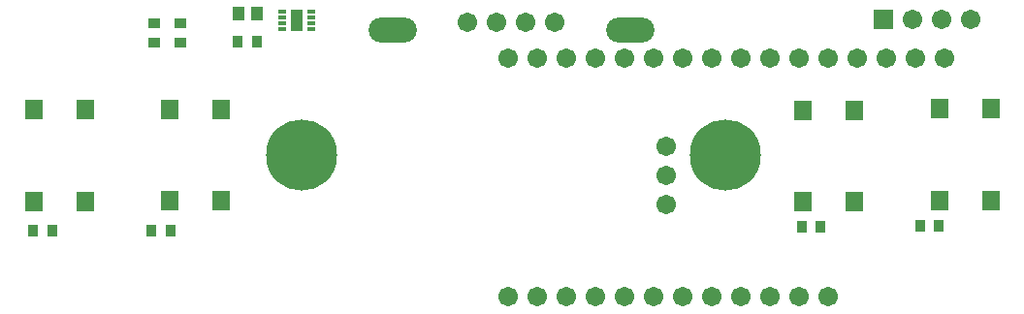
<source format=gts>
G04*
G04 #@! TF.GenerationSoftware,Altium Limited,Altium Designer,18.1.9 (240)*
G04*
G04 Layer_Color=8388736*
%FSAX25Y25*%
%MOIN*%
G70*
G01*
G75*
%ADD19R,0.06312X0.07099*%
%ADD20R,0.03556X0.04147*%
%ADD21R,0.04343X0.07296*%
%ADD22R,0.02965X0.01784*%
%ADD23R,0.04147X0.04540*%
%ADD24R,0.04147X0.03556*%
%ADD25C,0.06706*%
%ADD26R,0.06706X0.06706*%
%ADD27C,0.06710*%
%ADD28C,0.06706*%
%ADD29O,0.16548X0.08674*%
%ADD30C,0.24422*%
D19*
X0610709Y0383347D02*
D03*
X0628425D02*
D03*
X0610709Y0414843D02*
D03*
X0628425D02*
D03*
X0363858Y0414567D02*
D03*
X0346142D02*
D03*
X0363858Y0383071D02*
D03*
X0346142D02*
D03*
X0563898Y0382835D02*
D03*
X0581614D02*
D03*
X0563898Y0414331D02*
D03*
X0581614D02*
D03*
X0317047Y0414370D02*
D03*
X0299331D02*
D03*
X0317047Y0382874D02*
D03*
X0299331D02*
D03*
D20*
X0346358Y0372776D02*
D03*
X0339862D02*
D03*
X0610610Y0374547D02*
D03*
X0604114D02*
D03*
X0299272Y0372815D02*
D03*
X0305768D02*
D03*
X0563406Y0374272D02*
D03*
X0569902D02*
D03*
X0375965Y0437933D02*
D03*
X0369468D02*
D03*
D21*
X0389764Y0445276D02*
D03*
D22*
X0384744Y0448228D02*
D03*
Y0446260D02*
D03*
Y0444291D02*
D03*
Y0442323D02*
D03*
X0394783Y0448228D02*
D03*
Y0446260D02*
D03*
Y0444291D02*
D03*
Y0442323D02*
D03*
D23*
X0376063Y0447362D02*
D03*
X0369764D02*
D03*
D24*
X0349862Y0444075D02*
D03*
Y0437579D02*
D03*
X0340807Y0444075D02*
D03*
Y0437579D02*
D03*
D25*
X0621575Y0445472D02*
D03*
X0611575D02*
D03*
X0601575D02*
D03*
D26*
X0591575D02*
D03*
D27*
X0478504Y0444606D02*
D03*
X0468465Y0444567D02*
D03*
X0458465D02*
D03*
X0516850Y0391850D02*
D03*
Y0381850D02*
D03*
D28*
X0448465Y0444606D02*
D03*
X0462598Y0432244D02*
D03*
X0472598D02*
D03*
X0612598D02*
D03*
X0602598D02*
D03*
X0592598D02*
D03*
X0582598D02*
D03*
X0572598D02*
D03*
X0562598D02*
D03*
X0552598Y0432205D02*
D03*
X0482598Y0432244D02*
D03*
X0492598D02*
D03*
X0502598D02*
D03*
X0512598D02*
D03*
X0542598D02*
D03*
X0532598D02*
D03*
X0522598D02*
D03*
X0572598Y0350118D02*
D03*
X0562598D02*
D03*
X0552598D02*
D03*
X0542598D02*
D03*
X0532598D02*
D03*
X0522598D02*
D03*
X0512598D02*
D03*
X0502598D02*
D03*
X0492598D02*
D03*
X0482598D02*
D03*
X0472598D02*
D03*
X0462598D02*
D03*
X0516811Y0401850D02*
D03*
D29*
X0422835Y0441968D02*
D03*
X0504528D02*
D03*
D30*
X0391339Y0398898D02*
D03*
X0537008Y0398819D02*
D03*
M02*

</source>
